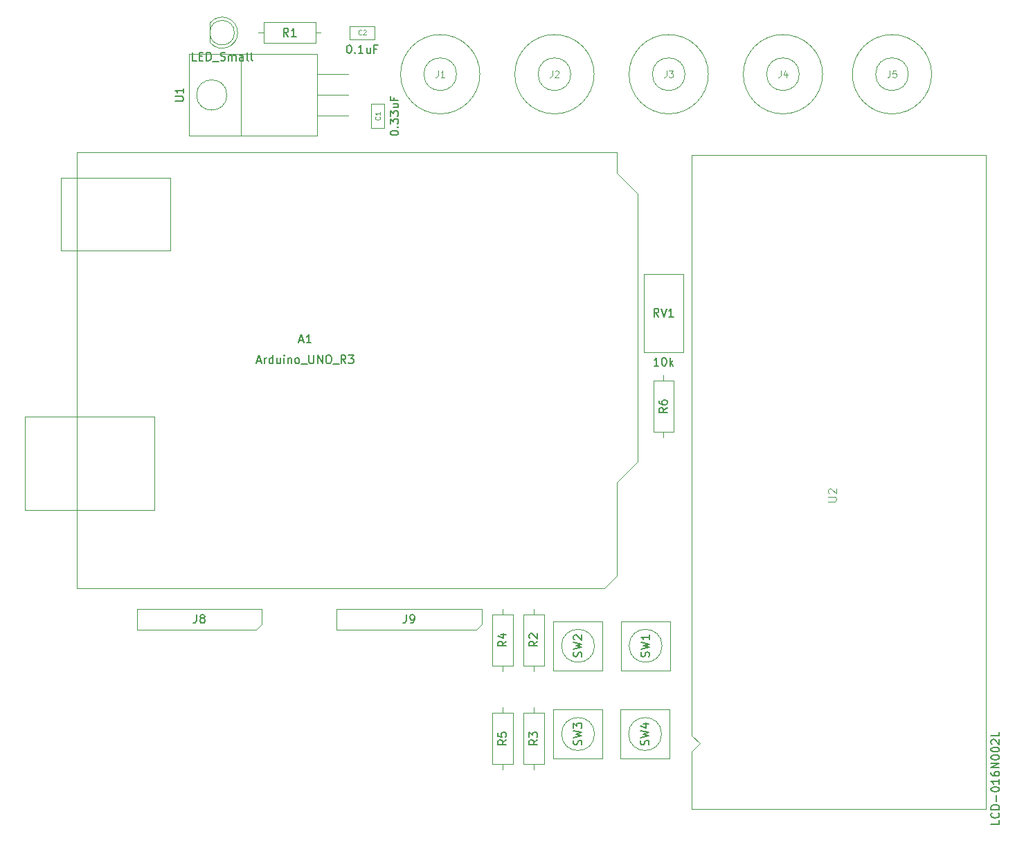
<source format=gbr>
%TF.GenerationSoftware,KiCad,Pcbnew,(5.1.9)-1*%
%TF.CreationDate,2021-06-23T17:41:11-03:00*%
%TF.ProjectId,assert,61737365-7274-42e6-9b69-6361645f7063,rev?*%
%TF.SameCoordinates,Original*%
%TF.FileFunction,Other,Fab,Top*%
%FSLAX46Y46*%
G04 Gerber Fmt 4.6, Leading zero omitted, Abs format (unit mm)*
G04 Created by KiCad (PCBNEW (5.1.9)-1) date 2021-06-23 17:41:11*
%MOMM*%
%LPD*%
G01*
G04 APERTURE LIST*
%ADD10C,0.100000*%
%ADD11C,0.150000*%
%ADD12C,0.120000*%
%ADD13C,0.090000*%
G04 APERTURE END LIST*
D10*
%TO.C,U2*%
X68977000Y-89770000D02*
X69977000Y-90770000D01*
X69977000Y-90770000D02*
X68977000Y-91770000D01*
X68977000Y-91770000D02*
X68977000Y-98770000D01*
X68977000Y-89770000D02*
X68977000Y-18770000D01*
X68977000Y-18770000D02*
X104977000Y-18770000D01*
X104977000Y-18770000D02*
X104977000Y-98770000D01*
X104977000Y-98770000D02*
X68977000Y-98770000D01*
%TO.C,A1*%
X-6223000Y-18415000D02*
X59817000Y-18415000D01*
X-6223000Y-71755000D02*
X-6223000Y-18415000D01*
X58297000Y-71755000D02*
X-6223000Y-71755000D01*
X59817000Y-70235000D02*
X58297000Y-71755000D01*
X59817000Y-20955000D02*
X62357000Y-23495000D01*
X59817000Y-18415000D02*
X59817000Y-20955000D01*
X62357000Y-56265000D02*
X59817000Y-58805000D01*
X62357000Y-23495000D02*
X62357000Y-56265000D01*
X59817000Y-58805000D02*
X59817000Y-70235000D01*
X-8123000Y-30485000D02*
X-8123000Y-21595000D01*
X5207000Y-30485000D02*
X-8123000Y-30485000D01*
X5207000Y-21595000D02*
X5207000Y-30485000D01*
X-8123000Y-21595000D02*
X5207000Y-21595000D01*
X-12573000Y-62225000D02*
X-12573000Y-50795000D01*
X3307000Y-62225000D02*
X-12573000Y-62225000D01*
X3307000Y-50795000D02*
X3307000Y-62225000D01*
X-12573000Y-50795000D02*
X3307000Y-50795000D01*
%TO.C,J5*%
X95472000Y-8890000D02*
G75*
G03*
X95472000Y-8890000I-2000000J0D01*
G01*
X98322258Y-8890000D02*
G75*
G03*
X98322258Y-8890000I-4850258J0D01*
G01*
%TO.C,J4*%
X84987258Y-8890000D02*
G75*
G03*
X84987258Y-8890000I-4850258J0D01*
G01*
X82137000Y-8890000D02*
G75*
G03*
X82137000Y-8890000I-2000000J0D01*
G01*
%TO.C,J9*%
X25527000Y-74295000D02*
X43307000Y-74295000D01*
X25527000Y-76835000D02*
X25527000Y-74295000D01*
X42672000Y-76835000D02*
X25527000Y-76835000D01*
X43307000Y-76200000D02*
X42672000Y-76835000D01*
X43307000Y-74295000D02*
X43307000Y-76200000D01*
%TO.C,U1*%
X12137000Y-11430000D02*
G75*
G03*
X12137000Y-11430000I-1850000J0D01*
G01*
X13887000Y-16430000D02*
X7487000Y-16430000D01*
X7487000Y-16430000D02*
X7487000Y-6430000D01*
X7487000Y-6430000D02*
X13887000Y-6430000D01*
X13887000Y-6430000D02*
X13887000Y-16430000D01*
X23137000Y-16430000D02*
X13887000Y-16430000D01*
X13887000Y-16430000D02*
X13887000Y-6430000D01*
X13887000Y-6430000D02*
X23137000Y-6430000D01*
X23137000Y-6430000D02*
X23137000Y-16430000D01*
X23137000Y-13970000D02*
X26947000Y-13970000D01*
X23137000Y-11430000D02*
X26947000Y-11430000D01*
X23137000Y-8890000D02*
X26947000Y-8890000D01*
%TO.C,SW4*%
X65297564Y-89610000D02*
G75*
G03*
X65297564Y-89610000I-2015564J0D01*
G01*
X60282000Y-92610000D02*
X60282000Y-89610000D01*
X66282000Y-92610000D02*
X60282000Y-92610000D01*
X66282000Y-86610000D02*
X66282000Y-92610000D01*
X60282000Y-86610000D02*
X66282000Y-86610000D01*
X60282000Y-89610000D02*
X60282000Y-86610000D01*
%TO.C,SW3*%
X57097564Y-89610000D02*
G75*
G03*
X57097564Y-89610000I-2015564J0D01*
G01*
X52082000Y-92610000D02*
X52082000Y-89610000D01*
X58082000Y-92610000D02*
X52082000Y-92610000D01*
X58082000Y-86610000D02*
X58082000Y-92610000D01*
X52082000Y-86610000D02*
X58082000Y-86610000D01*
X52082000Y-89610000D02*
X52082000Y-86610000D01*
%TO.C,SW2*%
X57097564Y-78815000D02*
G75*
G03*
X57097564Y-78815000I-2015564J0D01*
G01*
X52082000Y-81815000D02*
X52082000Y-78815000D01*
X58082000Y-81815000D02*
X52082000Y-81815000D01*
X58082000Y-75815000D02*
X58082000Y-81815000D01*
X52082000Y-75815000D02*
X58082000Y-75815000D01*
X52082000Y-78815000D02*
X52082000Y-75815000D01*
%TO.C,SW1*%
X65352564Y-78815000D02*
G75*
G03*
X65352564Y-78815000I-2015564J0D01*
G01*
X66337000Y-75815000D02*
X66337000Y-78815000D01*
X60337000Y-75815000D02*
X66337000Y-75815000D01*
X60337000Y-81815000D02*
X60337000Y-75815000D01*
X66337000Y-81815000D02*
X60337000Y-81815000D01*
X66337000Y-78815000D02*
X66337000Y-81815000D01*
%TO.C,RV1*%
X63117000Y-33335000D02*
X67947000Y-33335000D01*
X63117000Y-42865000D02*
X63117000Y-33335000D01*
X67947000Y-42865000D02*
X63117000Y-42865000D01*
X67947000Y-33335000D02*
X67947000Y-42865000D01*
%TO.C,R6*%
X65532000Y-53340000D02*
X65532000Y-52680000D01*
X65532000Y-45720000D02*
X65532000Y-46380000D01*
X66782000Y-52680000D02*
X66782000Y-46380000D01*
X64282000Y-52680000D02*
X66782000Y-52680000D01*
X64282000Y-46380000D02*
X64282000Y-52680000D01*
X66782000Y-46380000D02*
X64282000Y-46380000D01*
%TO.C,R5*%
X45847000Y-93980000D02*
X45847000Y-93320000D01*
X45847000Y-86360000D02*
X45847000Y-87020000D01*
X47097000Y-93320000D02*
X47097000Y-87020000D01*
X44597000Y-93320000D02*
X47097000Y-93320000D01*
X44597000Y-87020000D02*
X44597000Y-93320000D01*
X47097000Y-87020000D02*
X44597000Y-87020000D01*
%TO.C,R4*%
X45847000Y-74295000D02*
X45847000Y-74955000D01*
X45847000Y-81915000D02*
X45847000Y-81255000D01*
X44597000Y-74955000D02*
X44597000Y-81255000D01*
X47097000Y-74955000D02*
X44597000Y-74955000D01*
X47097000Y-81255000D02*
X47097000Y-74955000D01*
X44597000Y-81255000D02*
X47097000Y-81255000D01*
%TO.C,R3*%
X49657000Y-86360000D02*
X49657000Y-87020000D01*
X49657000Y-93980000D02*
X49657000Y-93320000D01*
X48407000Y-87020000D02*
X48407000Y-93320000D01*
X50907000Y-87020000D02*
X48407000Y-87020000D01*
X50907000Y-93320000D02*
X50907000Y-87020000D01*
X48407000Y-93320000D02*
X50907000Y-93320000D01*
%TO.C,R2*%
X49657000Y-74295000D02*
X49657000Y-74955000D01*
X49657000Y-81915000D02*
X49657000Y-81255000D01*
X48407000Y-74955000D02*
X48407000Y-81255000D01*
X50907000Y-74955000D02*
X48407000Y-74955000D01*
X50907000Y-81255000D02*
X50907000Y-74955000D01*
X48407000Y-81255000D02*
X50907000Y-81255000D01*
%TO.C,R1*%
X16002000Y-3810000D02*
X16662000Y-3810000D01*
X23622000Y-3810000D02*
X22962000Y-3810000D01*
X16662000Y-5060000D02*
X22962000Y-5060000D01*
X16662000Y-2560000D02*
X16662000Y-5060000D01*
X22962000Y-2560000D02*
X16662000Y-2560000D01*
X22962000Y-5060000D02*
X22962000Y-2560000D01*
%TO.C,J8*%
X1143000Y-74295000D02*
X16383000Y-74295000D01*
X1143000Y-76835000D02*
X1143000Y-74295000D01*
X15748000Y-76835000D02*
X1143000Y-76835000D01*
X16383000Y-76200000D02*
X15748000Y-76835000D01*
X16383000Y-74295000D02*
X16383000Y-76200000D01*
%TO.C,J3*%
X71017258Y-8890000D02*
G75*
G03*
X71017258Y-8890000I-4850258J0D01*
G01*
X68167000Y-8890000D02*
G75*
G03*
X68167000Y-8890000I-2000000J0D01*
G01*
%TO.C,J2*%
X57047258Y-8890000D02*
G75*
G03*
X57047258Y-8890000I-4850258J0D01*
G01*
X54197000Y-8890000D02*
G75*
G03*
X54197000Y-8890000I-2000000J0D01*
G01*
%TO.C,J1*%
X43077258Y-8890000D02*
G75*
G03*
X43077258Y-8890000I-4850258J0D01*
G01*
X40227000Y-8890000D02*
G75*
G03*
X40227000Y-8890000I-2000000J0D01*
G01*
%TO.C,D1*%
X10057000Y-2643810D02*
X10057000Y-4976190D01*
X13057000Y-3810000D02*
G75*
G03*
X13057000Y-3810000I-1500000J0D01*
G01*
X10056445Y-4975476D02*
G75*
G03*
X10057000Y-2643810I1500555J1165476D01*
G01*
%TO.C,C2*%
X30182000Y-3010000D02*
X27182000Y-3010000D01*
X30182000Y-4610000D02*
X30182000Y-3010000D01*
X27182000Y-4610000D02*
X30182000Y-4610000D01*
X27182000Y-3010000D02*
X27182000Y-4610000D01*
%TO.C,C1*%
X29807000Y-12490000D02*
X29807000Y-15490000D01*
X31407000Y-12490000D02*
X29807000Y-12490000D01*
X31407000Y-15490000D02*
X31407000Y-12490000D01*
X29807000Y-15490000D02*
X31407000Y-15490000D01*
%TD*%
%TO.C,U2*%
D11*
X106589380Y-100175238D02*
X106589380Y-100651428D01*
X105589380Y-100651428D01*
X106494142Y-99270476D02*
X106541761Y-99318095D01*
X106589380Y-99460952D01*
X106589380Y-99556190D01*
X106541761Y-99699047D01*
X106446523Y-99794285D01*
X106351285Y-99841904D01*
X106160809Y-99889523D01*
X106017952Y-99889523D01*
X105827476Y-99841904D01*
X105732238Y-99794285D01*
X105637000Y-99699047D01*
X105589380Y-99556190D01*
X105589380Y-99460952D01*
X105637000Y-99318095D01*
X105684619Y-99270476D01*
X106589380Y-98841904D02*
X105589380Y-98841904D01*
X105589380Y-98603809D01*
X105637000Y-98460952D01*
X105732238Y-98365714D01*
X105827476Y-98318095D01*
X106017952Y-98270476D01*
X106160809Y-98270476D01*
X106351285Y-98318095D01*
X106446523Y-98365714D01*
X106541761Y-98460952D01*
X106589380Y-98603809D01*
X106589380Y-98841904D01*
X106208428Y-97841904D02*
X106208428Y-97080000D01*
X105589380Y-96413333D02*
X105589380Y-96318095D01*
X105637000Y-96222857D01*
X105684619Y-96175238D01*
X105779857Y-96127619D01*
X105970333Y-96080000D01*
X106208428Y-96080000D01*
X106398904Y-96127619D01*
X106494142Y-96175238D01*
X106541761Y-96222857D01*
X106589380Y-96318095D01*
X106589380Y-96413333D01*
X106541761Y-96508571D01*
X106494142Y-96556190D01*
X106398904Y-96603809D01*
X106208428Y-96651428D01*
X105970333Y-96651428D01*
X105779857Y-96603809D01*
X105684619Y-96556190D01*
X105637000Y-96508571D01*
X105589380Y-96413333D01*
X106589380Y-95127619D02*
X106589380Y-95699047D01*
X106589380Y-95413333D02*
X105589380Y-95413333D01*
X105732238Y-95508571D01*
X105827476Y-95603809D01*
X105875095Y-95699047D01*
X105589380Y-94270476D02*
X105589380Y-94460952D01*
X105637000Y-94556190D01*
X105684619Y-94603809D01*
X105827476Y-94699047D01*
X106017952Y-94746666D01*
X106398904Y-94746666D01*
X106494142Y-94699047D01*
X106541761Y-94651428D01*
X106589380Y-94556190D01*
X106589380Y-94365714D01*
X106541761Y-94270476D01*
X106494142Y-94222857D01*
X106398904Y-94175238D01*
X106160809Y-94175238D01*
X106065571Y-94222857D01*
X106017952Y-94270476D01*
X105970333Y-94365714D01*
X105970333Y-94556190D01*
X106017952Y-94651428D01*
X106065571Y-94699047D01*
X106160809Y-94746666D01*
X106589380Y-93746666D02*
X105589380Y-93746666D01*
X106589380Y-93175238D01*
X105589380Y-93175238D01*
X105589380Y-92508571D02*
X105589380Y-92413333D01*
X105637000Y-92318095D01*
X105684619Y-92270476D01*
X105779857Y-92222857D01*
X105970333Y-92175238D01*
X106208428Y-92175238D01*
X106398904Y-92222857D01*
X106494142Y-92270476D01*
X106541761Y-92318095D01*
X106589380Y-92413333D01*
X106589380Y-92508571D01*
X106541761Y-92603809D01*
X106494142Y-92651428D01*
X106398904Y-92699047D01*
X106208428Y-92746666D01*
X105970333Y-92746666D01*
X105779857Y-92699047D01*
X105684619Y-92651428D01*
X105637000Y-92603809D01*
X105589380Y-92508571D01*
X105589380Y-91556190D02*
X105589380Y-91460952D01*
X105637000Y-91365714D01*
X105684619Y-91318095D01*
X105779857Y-91270476D01*
X105970333Y-91222857D01*
X106208428Y-91222857D01*
X106398904Y-91270476D01*
X106494142Y-91318095D01*
X106541761Y-91365714D01*
X106589380Y-91460952D01*
X106589380Y-91556190D01*
X106541761Y-91651428D01*
X106494142Y-91699047D01*
X106398904Y-91746666D01*
X106208428Y-91794285D01*
X105970333Y-91794285D01*
X105779857Y-91746666D01*
X105684619Y-91699047D01*
X105637000Y-91651428D01*
X105589380Y-91556190D01*
X105684619Y-90841904D02*
X105637000Y-90794285D01*
X105589380Y-90699047D01*
X105589380Y-90460952D01*
X105637000Y-90365714D01*
X105684619Y-90318095D01*
X105779857Y-90270476D01*
X105875095Y-90270476D01*
X106017952Y-90318095D01*
X106589380Y-90889523D01*
X106589380Y-90270476D01*
X106589380Y-89365714D02*
X106589380Y-89841904D01*
X105589380Y-89841904D01*
D10*
X85669380Y-61161904D02*
X86478904Y-61161904D01*
X86574142Y-61114285D01*
X86621761Y-61066666D01*
X86669380Y-60971428D01*
X86669380Y-60780952D01*
X86621761Y-60685714D01*
X86574142Y-60638095D01*
X86478904Y-60590476D01*
X85669380Y-60590476D01*
X85764619Y-60161904D02*
X85717000Y-60114285D01*
X85669380Y-60019047D01*
X85669380Y-59780952D01*
X85717000Y-59685714D01*
X85764619Y-59638095D01*
X85859857Y-59590476D01*
X85955095Y-59590476D01*
X86097952Y-59638095D01*
X86669380Y-60209523D01*
X86669380Y-59590476D01*
%TO.C,A1*%
D11*
X15812238Y-43981666D02*
X16288428Y-43981666D01*
X15717000Y-44267380D02*
X16050333Y-43267380D01*
X16383666Y-44267380D01*
X16717000Y-44267380D02*
X16717000Y-43600714D01*
X16717000Y-43791190D02*
X16764619Y-43695952D01*
X16812238Y-43648333D01*
X16907476Y-43600714D01*
X17002714Y-43600714D01*
X17764619Y-44267380D02*
X17764619Y-43267380D01*
X17764619Y-44219761D02*
X17669380Y-44267380D01*
X17478904Y-44267380D01*
X17383666Y-44219761D01*
X17336047Y-44172142D01*
X17288428Y-44076904D01*
X17288428Y-43791190D01*
X17336047Y-43695952D01*
X17383666Y-43648333D01*
X17478904Y-43600714D01*
X17669380Y-43600714D01*
X17764619Y-43648333D01*
X18669380Y-43600714D02*
X18669380Y-44267380D01*
X18240809Y-43600714D02*
X18240809Y-44124523D01*
X18288428Y-44219761D01*
X18383666Y-44267380D01*
X18526523Y-44267380D01*
X18621761Y-44219761D01*
X18669380Y-44172142D01*
X19145571Y-44267380D02*
X19145571Y-43600714D01*
X19145571Y-43267380D02*
X19097952Y-43315000D01*
X19145571Y-43362619D01*
X19193190Y-43315000D01*
X19145571Y-43267380D01*
X19145571Y-43362619D01*
X19621761Y-43600714D02*
X19621761Y-44267380D01*
X19621761Y-43695952D02*
X19669380Y-43648333D01*
X19764619Y-43600714D01*
X19907476Y-43600714D01*
X20002714Y-43648333D01*
X20050333Y-43743571D01*
X20050333Y-44267380D01*
X20669380Y-44267380D02*
X20574142Y-44219761D01*
X20526523Y-44172142D01*
X20478904Y-44076904D01*
X20478904Y-43791190D01*
X20526523Y-43695952D01*
X20574142Y-43648333D01*
X20669380Y-43600714D01*
X20812238Y-43600714D01*
X20907476Y-43648333D01*
X20955095Y-43695952D01*
X21002714Y-43791190D01*
X21002714Y-44076904D01*
X20955095Y-44172142D01*
X20907476Y-44219761D01*
X20812238Y-44267380D01*
X20669380Y-44267380D01*
X21193190Y-44362619D02*
X21955095Y-44362619D01*
X22193190Y-43267380D02*
X22193190Y-44076904D01*
X22240809Y-44172142D01*
X22288428Y-44219761D01*
X22383666Y-44267380D01*
X22574142Y-44267380D01*
X22669380Y-44219761D01*
X22717000Y-44172142D01*
X22764619Y-44076904D01*
X22764619Y-43267380D01*
X23240809Y-44267380D02*
X23240809Y-43267380D01*
X23812238Y-44267380D01*
X23812238Y-43267380D01*
X24478904Y-43267380D02*
X24669380Y-43267380D01*
X24764619Y-43315000D01*
X24859857Y-43410238D01*
X24907476Y-43600714D01*
X24907476Y-43934047D01*
X24859857Y-44124523D01*
X24764619Y-44219761D01*
X24669380Y-44267380D01*
X24478904Y-44267380D01*
X24383666Y-44219761D01*
X24288428Y-44124523D01*
X24240809Y-43934047D01*
X24240809Y-43600714D01*
X24288428Y-43410238D01*
X24383666Y-43315000D01*
X24478904Y-43267380D01*
X25097952Y-44362619D02*
X25859857Y-44362619D01*
X26669380Y-44267380D02*
X26336047Y-43791190D01*
X26097952Y-44267380D02*
X26097952Y-43267380D01*
X26478904Y-43267380D01*
X26574142Y-43315000D01*
X26621761Y-43362619D01*
X26669380Y-43457857D01*
X26669380Y-43600714D01*
X26621761Y-43695952D01*
X26574142Y-43743571D01*
X26478904Y-43791190D01*
X26097952Y-43791190D01*
X27002714Y-43267380D02*
X27621761Y-43267380D01*
X27288428Y-43648333D01*
X27431285Y-43648333D01*
X27526523Y-43695952D01*
X27574142Y-43743571D01*
X27621761Y-43838809D01*
X27621761Y-44076904D01*
X27574142Y-44172142D01*
X27526523Y-44219761D01*
X27431285Y-44267380D01*
X27145571Y-44267380D01*
X27050333Y-44219761D01*
X27002714Y-44172142D01*
X21002714Y-41441666D02*
X21478904Y-41441666D01*
X20907476Y-41727380D02*
X21240809Y-40727380D01*
X21574142Y-41727380D01*
X22431285Y-41727380D02*
X21859857Y-41727380D01*
X22145571Y-41727380D02*
X22145571Y-40727380D01*
X22050333Y-40870238D01*
X21955095Y-40965476D01*
X21859857Y-41013095D01*
%TO.C,J5*%
D12*
X93205333Y-8451904D02*
X93205333Y-9023333D01*
X93167238Y-9137619D01*
X93091047Y-9213809D01*
X92976761Y-9251904D01*
X92900571Y-9251904D01*
X93967238Y-8451904D02*
X93586285Y-8451904D01*
X93548190Y-8832857D01*
X93586285Y-8794761D01*
X93662476Y-8756666D01*
X93852952Y-8756666D01*
X93929142Y-8794761D01*
X93967238Y-8832857D01*
X94005333Y-8909047D01*
X94005333Y-9099523D01*
X93967238Y-9175714D01*
X93929142Y-9213809D01*
X93852952Y-9251904D01*
X93662476Y-9251904D01*
X93586285Y-9213809D01*
X93548190Y-9175714D01*
%TO.C,J4*%
X79870333Y-8451904D02*
X79870333Y-9023333D01*
X79832238Y-9137619D01*
X79756047Y-9213809D01*
X79641761Y-9251904D01*
X79565571Y-9251904D01*
X80594142Y-8718571D02*
X80594142Y-9251904D01*
X80403666Y-8413809D02*
X80213190Y-8985238D01*
X80708428Y-8985238D01*
%TO.C,J9*%
D11*
X34083666Y-75017380D02*
X34083666Y-75731666D01*
X34036047Y-75874523D01*
X33940809Y-75969761D01*
X33797952Y-76017380D01*
X33702714Y-76017380D01*
X34607476Y-76017380D02*
X34797952Y-76017380D01*
X34893190Y-75969761D01*
X34940809Y-75922142D01*
X35036047Y-75779285D01*
X35083666Y-75588809D01*
X35083666Y-75207857D01*
X35036047Y-75112619D01*
X34988428Y-75065000D01*
X34893190Y-75017380D01*
X34702714Y-75017380D01*
X34607476Y-75065000D01*
X34559857Y-75112619D01*
X34512238Y-75207857D01*
X34512238Y-75445952D01*
X34559857Y-75541190D01*
X34607476Y-75588809D01*
X34702714Y-75636428D01*
X34893190Y-75636428D01*
X34988428Y-75588809D01*
X35036047Y-75541190D01*
X35083666Y-75445952D01*
%TO.C,U1*%
X5819380Y-12191904D02*
X6628904Y-12191904D01*
X6724142Y-12144285D01*
X6771761Y-12096666D01*
X6819380Y-12001428D01*
X6819380Y-11810952D01*
X6771761Y-11715714D01*
X6724142Y-11668095D01*
X6628904Y-11620476D01*
X5819380Y-11620476D01*
X6819380Y-10620476D02*
X6819380Y-11191904D01*
X6819380Y-10906190D02*
X5819380Y-10906190D01*
X5962238Y-11001428D01*
X6057476Y-11096666D01*
X6105095Y-11191904D01*
%TO.C,SW4*%
X63686761Y-90943333D02*
X63734380Y-90800476D01*
X63734380Y-90562380D01*
X63686761Y-90467142D01*
X63639142Y-90419523D01*
X63543904Y-90371904D01*
X63448666Y-90371904D01*
X63353428Y-90419523D01*
X63305809Y-90467142D01*
X63258190Y-90562380D01*
X63210571Y-90752857D01*
X63162952Y-90848095D01*
X63115333Y-90895714D01*
X63020095Y-90943333D01*
X62924857Y-90943333D01*
X62829619Y-90895714D01*
X62782000Y-90848095D01*
X62734380Y-90752857D01*
X62734380Y-90514761D01*
X62782000Y-90371904D01*
X62734380Y-90038571D02*
X63734380Y-89800476D01*
X63020095Y-89610000D01*
X63734380Y-89419523D01*
X62734380Y-89181428D01*
X63067714Y-88371904D02*
X63734380Y-88371904D01*
X62686761Y-88610000D02*
X63401047Y-88848095D01*
X63401047Y-88229047D01*
%TO.C,SW3*%
X55486761Y-90943333D02*
X55534380Y-90800476D01*
X55534380Y-90562380D01*
X55486761Y-90467142D01*
X55439142Y-90419523D01*
X55343904Y-90371904D01*
X55248666Y-90371904D01*
X55153428Y-90419523D01*
X55105809Y-90467142D01*
X55058190Y-90562380D01*
X55010571Y-90752857D01*
X54962952Y-90848095D01*
X54915333Y-90895714D01*
X54820095Y-90943333D01*
X54724857Y-90943333D01*
X54629619Y-90895714D01*
X54582000Y-90848095D01*
X54534380Y-90752857D01*
X54534380Y-90514761D01*
X54582000Y-90371904D01*
X54534380Y-90038571D02*
X55534380Y-89800476D01*
X54820095Y-89610000D01*
X55534380Y-89419523D01*
X54534380Y-89181428D01*
X54534380Y-88895714D02*
X54534380Y-88276666D01*
X54915333Y-88610000D01*
X54915333Y-88467142D01*
X54962952Y-88371904D01*
X55010571Y-88324285D01*
X55105809Y-88276666D01*
X55343904Y-88276666D01*
X55439142Y-88324285D01*
X55486761Y-88371904D01*
X55534380Y-88467142D01*
X55534380Y-88752857D01*
X55486761Y-88848095D01*
X55439142Y-88895714D01*
%TO.C,SW2*%
X55486761Y-80148333D02*
X55534380Y-80005476D01*
X55534380Y-79767380D01*
X55486761Y-79672142D01*
X55439142Y-79624523D01*
X55343904Y-79576904D01*
X55248666Y-79576904D01*
X55153428Y-79624523D01*
X55105809Y-79672142D01*
X55058190Y-79767380D01*
X55010571Y-79957857D01*
X54962952Y-80053095D01*
X54915333Y-80100714D01*
X54820095Y-80148333D01*
X54724857Y-80148333D01*
X54629619Y-80100714D01*
X54582000Y-80053095D01*
X54534380Y-79957857D01*
X54534380Y-79719761D01*
X54582000Y-79576904D01*
X54534380Y-79243571D02*
X55534380Y-79005476D01*
X54820095Y-78815000D01*
X55534380Y-78624523D01*
X54534380Y-78386428D01*
X54629619Y-78053095D02*
X54582000Y-78005476D01*
X54534380Y-77910238D01*
X54534380Y-77672142D01*
X54582000Y-77576904D01*
X54629619Y-77529285D01*
X54724857Y-77481666D01*
X54820095Y-77481666D01*
X54962952Y-77529285D01*
X55534380Y-78100714D01*
X55534380Y-77481666D01*
%TO.C,SW1*%
X63741761Y-80148333D02*
X63789380Y-80005476D01*
X63789380Y-79767380D01*
X63741761Y-79672142D01*
X63694142Y-79624523D01*
X63598904Y-79576904D01*
X63503666Y-79576904D01*
X63408428Y-79624523D01*
X63360809Y-79672142D01*
X63313190Y-79767380D01*
X63265571Y-79957857D01*
X63217952Y-80053095D01*
X63170333Y-80100714D01*
X63075095Y-80148333D01*
X62979857Y-80148333D01*
X62884619Y-80100714D01*
X62837000Y-80053095D01*
X62789380Y-79957857D01*
X62789380Y-79719761D01*
X62837000Y-79576904D01*
X62789380Y-79243571D02*
X63789380Y-79005476D01*
X63075095Y-78815000D01*
X63789380Y-78624523D01*
X62789380Y-78386428D01*
X63789380Y-77481666D02*
X63789380Y-78053095D01*
X63789380Y-77767380D02*
X62789380Y-77767380D01*
X62932238Y-77862619D01*
X63027476Y-77957857D01*
X63075095Y-78053095D01*
%TO.C,RV1*%
X64936761Y-44567380D02*
X64365333Y-44567380D01*
X64651047Y-44567380D02*
X64651047Y-43567380D01*
X64555809Y-43710238D01*
X64460571Y-43805476D01*
X64365333Y-43853095D01*
X65555809Y-43567380D02*
X65651047Y-43567380D01*
X65746285Y-43615000D01*
X65793904Y-43662619D01*
X65841523Y-43757857D01*
X65889142Y-43948333D01*
X65889142Y-44186428D01*
X65841523Y-44376904D01*
X65793904Y-44472142D01*
X65746285Y-44519761D01*
X65651047Y-44567380D01*
X65555809Y-44567380D01*
X65460571Y-44519761D01*
X65412952Y-44472142D01*
X65365333Y-44376904D01*
X65317714Y-44186428D01*
X65317714Y-43948333D01*
X65365333Y-43757857D01*
X65412952Y-43662619D01*
X65460571Y-43615000D01*
X65555809Y-43567380D01*
X66317714Y-44567380D02*
X66317714Y-43567380D01*
X66412952Y-44186428D02*
X66698666Y-44567380D01*
X66698666Y-43900714D02*
X66317714Y-44281666D01*
X64936761Y-38552380D02*
X64603428Y-38076190D01*
X64365333Y-38552380D02*
X64365333Y-37552380D01*
X64746285Y-37552380D01*
X64841523Y-37600000D01*
X64889142Y-37647619D01*
X64936761Y-37742857D01*
X64936761Y-37885714D01*
X64889142Y-37980952D01*
X64841523Y-38028571D01*
X64746285Y-38076190D01*
X64365333Y-38076190D01*
X65222476Y-37552380D02*
X65555809Y-38552380D01*
X65889142Y-37552380D01*
X66746285Y-38552380D02*
X66174857Y-38552380D01*
X66460571Y-38552380D02*
X66460571Y-37552380D01*
X66365333Y-37695238D01*
X66270095Y-37790476D01*
X66174857Y-37838095D01*
%TO.C,R6*%
X65984380Y-49696666D02*
X65508190Y-50030000D01*
X65984380Y-50268095D02*
X64984380Y-50268095D01*
X64984380Y-49887142D01*
X65032000Y-49791904D01*
X65079619Y-49744285D01*
X65174857Y-49696666D01*
X65317714Y-49696666D01*
X65412952Y-49744285D01*
X65460571Y-49791904D01*
X65508190Y-49887142D01*
X65508190Y-50268095D01*
X64984380Y-48839523D02*
X64984380Y-49030000D01*
X65032000Y-49125238D01*
X65079619Y-49172857D01*
X65222476Y-49268095D01*
X65412952Y-49315714D01*
X65793904Y-49315714D01*
X65889142Y-49268095D01*
X65936761Y-49220476D01*
X65984380Y-49125238D01*
X65984380Y-48934761D01*
X65936761Y-48839523D01*
X65889142Y-48791904D01*
X65793904Y-48744285D01*
X65555809Y-48744285D01*
X65460571Y-48791904D01*
X65412952Y-48839523D01*
X65365333Y-48934761D01*
X65365333Y-49125238D01*
X65412952Y-49220476D01*
X65460571Y-49268095D01*
X65555809Y-49315714D01*
%TO.C,R5*%
X46299380Y-90336666D02*
X45823190Y-90670000D01*
X46299380Y-90908095D02*
X45299380Y-90908095D01*
X45299380Y-90527142D01*
X45347000Y-90431904D01*
X45394619Y-90384285D01*
X45489857Y-90336666D01*
X45632714Y-90336666D01*
X45727952Y-90384285D01*
X45775571Y-90431904D01*
X45823190Y-90527142D01*
X45823190Y-90908095D01*
X45299380Y-89431904D02*
X45299380Y-89908095D01*
X45775571Y-89955714D01*
X45727952Y-89908095D01*
X45680333Y-89812857D01*
X45680333Y-89574761D01*
X45727952Y-89479523D01*
X45775571Y-89431904D01*
X45870809Y-89384285D01*
X46108904Y-89384285D01*
X46204142Y-89431904D01*
X46251761Y-89479523D01*
X46299380Y-89574761D01*
X46299380Y-89812857D01*
X46251761Y-89908095D01*
X46204142Y-89955714D01*
%TO.C,R4*%
X46299380Y-78271666D02*
X45823190Y-78605000D01*
X46299380Y-78843095D02*
X45299380Y-78843095D01*
X45299380Y-78462142D01*
X45347000Y-78366904D01*
X45394619Y-78319285D01*
X45489857Y-78271666D01*
X45632714Y-78271666D01*
X45727952Y-78319285D01*
X45775571Y-78366904D01*
X45823190Y-78462142D01*
X45823190Y-78843095D01*
X45632714Y-77414523D02*
X46299380Y-77414523D01*
X45251761Y-77652619D02*
X45966047Y-77890714D01*
X45966047Y-77271666D01*
%TO.C,R3*%
X50109380Y-90336666D02*
X49633190Y-90670000D01*
X50109380Y-90908095D02*
X49109380Y-90908095D01*
X49109380Y-90527142D01*
X49157000Y-90431904D01*
X49204619Y-90384285D01*
X49299857Y-90336666D01*
X49442714Y-90336666D01*
X49537952Y-90384285D01*
X49585571Y-90431904D01*
X49633190Y-90527142D01*
X49633190Y-90908095D01*
X49109380Y-90003333D02*
X49109380Y-89384285D01*
X49490333Y-89717619D01*
X49490333Y-89574761D01*
X49537952Y-89479523D01*
X49585571Y-89431904D01*
X49680809Y-89384285D01*
X49918904Y-89384285D01*
X50014142Y-89431904D01*
X50061761Y-89479523D01*
X50109380Y-89574761D01*
X50109380Y-89860476D01*
X50061761Y-89955714D01*
X50014142Y-90003333D01*
%TO.C,R2*%
X50109380Y-78271666D02*
X49633190Y-78605000D01*
X50109380Y-78843095D02*
X49109380Y-78843095D01*
X49109380Y-78462142D01*
X49157000Y-78366904D01*
X49204619Y-78319285D01*
X49299857Y-78271666D01*
X49442714Y-78271666D01*
X49537952Y-78319285D01*
X49585571Y-78366904D01*
X49633190Y-78462142D01*
X49633190Y-78843095D01*
X49204619Y-77890714D02*
X49157000Y-77843095D01*
X49109380Y-77747857D01*
X49109380Y-77509761D01*
X49157000Y-77414523D01*
X49204619Y-77366904D01*
X49299857Y-77319285D01*
X49395095Y-77319285D01*
X49537952Y-77366904D01*
X50109380Y-77938333D01*
X50109380Y-77319285D01*
%TO.C,R1*%
X19645333Y-4262380D02*
X19312000Y-3786190D01*
X19073904Y-4262380D02*
X19073904Y-3262380D01*
X19454857Y-3262380D01*
X19550095Y-3310000D01*
X19597714Y-3357619D01*
X19645333Y-3452857D01*
X19645333Y-3595714D01*
X19597714Y-3690952D01*
X19550095Y-3738571D01*
X19454857Y-3786190D01*
X19073904Y-3786190D01*
X20597714Y-4262380D02*
X20026285Y-4262380D01*
X20312000Y-4262380D02*
X20312000Y-3262380D01*
X20216761Y-3405238D01*
X20121523Y-3500476D01*
X20026285Y-3548095D01*
%TO.C,J8*%
X8429666Y-75017380D02*
X8429666Y-75731666D01*
X8382047Y-75874523D01*
X8286809Y-75969761D01*
X8143952Y-76017380D01*
X8048714Y-76017380D01*
X9048714Y-75445952D02*
X8953476Y-75398333D01*
X8905857Y-75350714D01*
X8858238Y-75255476D01*
X8858238Y-75207857D01*
X8905857Y-75112619D01*
X8953476Y-75065000D01*
X9048714Y-75017380D01*
X9239190Y-75017380D01*
X9334428Y-75065000D01*
X9382047Y-75112619D01*
X9429666Y-75207857D01*
X9429666Y-75255476D01*
X9382047Y-75350714D01*
X9334428Y-75398333D01*
X9239190Y-75445952D01*
X9048714Y-75445952D01*
X8953476Y-75493571D01*
X8905857Y-75541190D01*
X8858238Y-75636428D01*
X8858238Y-75826904D01*
X8905857Y-75922142D01*
X8953476Y-75969761D01*
X9048714Y-76017380D01*
X9239190Y-76017380D01*
X9334428Y-75969761D01*
X9382047Y-75922142D01*
X9429666Y-75826904D01*
X9429666Y-75636428D01*
X9382047Y-75541190D01*
X9334428Y-75493571D01*
X9239190Y-75445952D01*
%TO.C,J3*%
D12*
X65900333Y-8451904D02*
X65900333Y-9023333D01*
X65862238Y-9137619D01*
X65786047Y-9213809D01*
X65671761Y-9251904D01*
X65595571Y-9251904D01*
X66205095Y-8451904D02*
X66700333Y-8451904D01*
X66433666Y-8756666D01*
X66547952Y-8756666D01*
X66624142Y-8794761D01*
X66662238Y-8832857D01*
X66700333Y-8909047D01*
X66700333Y-9099523D01*
X66662238Y-9175714D01*
X66624142Y-9213809D01*
X66547952Y-9251904D01*
X66319380Y-9251904D01*
X66243190Y-9213809D01*
X66205095Y-9175714D01*
%TO.C,J2*%
X51930333Y-8451904D02*
X51930333Y-9023333D01*
X51892238Y-9137619D01*
X51816047Y-9213809D01*
X51701761Y-9251904D01*
X51625571Y-9251904D01*
X52273190Y-8528095D02*
X52311285Y-8490000D01*
X52387476Y-8451904D01*
X52577952Y-8451904D01*
X52654142Y-8490000D01*
X52692238Y-8528095D01*
X52730333Y-8604285D01*
X52730333Y-8680476D01*
X52692238Y-8794761D01*
X52235095Y-9251904D01*
X52730333Y-9251904D01*
%TO.C,J1*%
X37960333Y-8451904D02*
X37960333Y-9023333D01*
X37922238Y-9137619D01*
X37846047Y-9213809D01*
X37731761Y-9251904D01*
X37655571Y-9251904D01*
X38760333Y-9251904D02*
X38303190Y-9251904D01*
X38531761Y-9251904D02*
X38531761Y-8451904D01*
X38455571Y-8566190D01*
X38379380Y-8642380D01*
X38303190Y-8680476D01*
%TO.C,D1*%
D11*
X8414142Y-7222380D02*
X7937952Y-7222380D01*
X7937952Y-6222380D01*
X8747476Y-6698571D02*
X9080809Y-6698571D01*
X9223666Y-7222380D02*
X8747476Y-7222380D01*
X8747476Y-6222380D01*
X9223666Y-6222380D01*
X9652238Y-7222380D02*
X9652238Y-6222380D01*
X9890333Y-6222380D01*
X10033190Y-6270000D01*
X10128428Y-6365238D01*
X10176047Y-6460476D01*
X10223666Y-6650952D01*
X10223666Y-6793809D01*
X10176047Y-6984285D01*
X10128428Y-7079523D01*
X10033190Y-7174761D01*
X9890333Y-7222380D01*
X9652238Y-7222380D01*
X10414142Y-7317619D02*
X11176047Y-7317619D01*
X11366523Y-7174761D02*
X11509380Y-7222380D01*
X11747476Y-7222380D01*
X11842714Y-7174761D01*
X11890333Y-7127142D01*
X11937952Y-7031904D01*
X11937952Y-6936666D01*
X11890333Y-6841428D01*
X11842714Y-6793809D01*
X11747476Y-6746190D01*
X11557000Y-6698571D01*
X11461761Y-6650952D01*
X11414142Y-6603333D01*
X11366523Y-6508095D01*
X11366523Y-6412857D01*
X11414142Y-6317619D01*
X11461761Y-6270000D01*
X11557000Y-6222380D01*
X11795095Y-6222380D01*
X11937952Y-6270000D01*
X12366523Y-7222380D02*
X12366523Y-6555714D01*
X12366523Y-6650952D02*
X12414142Y-6603333D01*
X12509380Y-6555714D01*
X12652238Y-6555714D01*
X12747476Y-6603333D01*
X12795095Y-6698571D01*
X12795095Y-7222380D01*
X12795095Y-6698571D02*
X12842714Y-6603333D01*
X12937952Y-6555714D01*
X13080809Y-6555714D01*
X13176047Y-6603333D01*
X13223666Y-6698571D01*
X13223666Y-7222380D01*
X14128428Y-7222380D02*
X14128428Y-6698571D01*
X14080809Y-6603333D01*
X13985571Y-6555714D01*
X13795095Y-6555714D01*
X13699857Y-6603333D01*
X14128428Y-7174761D02*
X14033190Y-7222380D01*
X13795095Y-7222380D01*
X13699857Y-7174761D01*
X13652238Y-7079523D01*
X13652238Y-6984285D01*
X13699857Y-6889047D01*
X13795095Y-6841428D01*
X14033190Y-6841428D01*
X14128428Y-6793809D01*
X14747476Y-7222380D02*
X14652238Y-7174761D01*
X14604619Y-7079523D01*
X14604619Y-6222380D01*
X15271285Y-7222380D02*
X15176047Y-7174761D01*
X15128428Y-7079523D01*
X15128428Y-6222380D01*
%TO.C,C2*%
X27039142Y-5312380D02*
X27134380Y-5312380D01*
X27229619Y-5360000D01*
X27277238Y-5407619D01*
X27324857Y-5502857D01*
X27372476Y-5693333D01*
X27372476Y-5931428D01*
X27324857Y-6121904D01*
X27277238Y-6217142D01*
X27229619Y-6264761D01*
X27134380Y-6312380D01*
X27039142Y-6312380D01*
X26943904Y-6264761D01*
X26896285Y-6217142D01*
X26848666Y-6121904D01*
X26801047Y-5931428D01*
X26801047Y-5693333D01*
X26848666Y-5502857D01*
X26896285Y-5407619D01*
X26943904Y-5360000D01*
X27039142Y-5312380D01*
X27801047Y-6217142D02*
X27848666Y-6264761D01*
X27801047Y-6312380D01*
X27753428Y-6264761D01*
X27801047Y-6217142D01*
X27801047Y-6312380D01*
X28801047Y-6312380D02*
X28229619Y-6312380D01*
X28515333Y-6312380D02*
X28515333Y-5312380D01*
X28420095Y-5455238D01*
X28324857Y-5550476D01*
X28229619Y-5598095D01*
X29658190Y-5645714D02*
X29658190Y-6312380D01*
X29229619Y-5645714D02*
X29229619Y-6169523D01*
X29277238Y-6264761D01*
X29372476Y-6312380D01*
X29515333Y-6312380D01*
X29610571Y-6264761D01*
X29658190Y-6217142D01*
X30467714Y-5788571D02*
X30134380Y-5788571D01*
X30134380Y-6312380D02*
X30134380Y-5312380D01*
X30610571Y-5312380D01*
D13*
X28582000Y-4024285D02*
X28553428Y-4052857D01*
X28467714Y-4081428D01*
X28410571Y-4081428D01*
X28324857Y-4052857D01*
X28267714Y-3995714D01*
X28239142Y-3938571D01*
X28210571Y-3824285D01*
X28210571Y-3738571D01*
X28239142Y-3624285D01*
X28267714Y-3567142D01*
X28324857Y-3510000D01*
X28410571Y-3481428D01*
X28467714Y-3481428D01*
X28553428Y-3510000D01*
X28582000Y-3538571D01*
X28810571Y-3538571D02*
X28839142Y-3510000D01*
X28896285Y-3481428D01*
X29039142Y-3481428D01*
X29096285Y-3510000D01*
X29124857Y-3538571D01*
X29153428Y-3595714D01*
X29153428Y-3652857D01*
X29124857Y-3738571D01*
X28782000Y-4081428D01*
X29153428Y-4081428D01*
%TO.C,C1*%
D11*
X32109380Y-16109047D02*
X32109380Y-16013809D01*
X32157000Y-15918571D01*
X32204619Y-15870952D01*
X32299857Y-15823333D01*
X32490333Y-15775714D01*
X32728428Y-15775714D01*
X32918904Y-15823333D01*
X33014142Y-15870952D01*
X33061761Y-15918571D01*
X33109380Y-16013809D01*
X33109380Y-16109047D01*
X33061761Y-16204285D01*
X33014142Y-16251904D01*
X32918904Y-16299523D01*
X32728428Y-16347142D01*
X32490333Y-16347142D01*
X32299857Y-16299523D01*
X32204619Y-16251904D01*
X32157000Y-16204285D01*
X32109380Y-16109047D01*
X33014142Y-15347142D02*
X33061761Y-15299523D01*
X33109380Y-15347142D01*
X33061761Y-15394761D01*
X33014142Y-15347142D01*
X33109380Y-15347142D01*
X32109380Y-14966190D02*
X32109380Y-14347142D01*
X32490333Y-14680476D01*
X32490333Y-14537619D01*
X32537952Y-14442380D01*
X32585571Y-14394761D01*
X32680809Y-14347142D01*
X32918904Y-14347142D01*
X33014142Y-14394761D01*
X33061761Y-14442380D01*
X33109380Y-14537619D01*
X33109380Y-14823333D01*
X33061761Y-14918571D01*
X33014142Y-14966190D01*
X32109380Y-14013809D02*
X32109380Y-13394761D01*
X32490333Y-13728095D01*
X32490333Y-13585238D01*
X32537952Y-13490000D01*
X32585571Y-13442380D01*
X32680809Y-13394761D01*
X32918904Y-13394761D01*
X33014142Y-13442380D01*
X33061761Y-13490000D01*
X33109380Y-13585238D01*
X33109380Y-13870952D01*
X33061761Y-13966190D01*
X33014142Y-14013809D01*
X32442714Y-12537619D02*
X33109380Y-12537619D01*
X32442714Y-12966190D02*
X32966523Y-12966190D01*
X33061761Y-12918571D01*
X33109380Y-12823333D01*
X33109380Y-12680476D01*
X33061761Y-12585238D01*
X33014142Y-12537619D01*
X32585571Y-11728095D02*
X32585571Y-12061428D01*
X33109380Y-12061428D02*
X32109380Y-12061428D01*
X32109380Y-11585238D01*
D13*
X30821285Y-14090000D02*
X30849857Y-14118571D01*
X30878428Y-14204285D01*
X30878428Y-14261428D01*
X30849857Y-14347142D01*
X30792714Y-14404285D01*
X30735571Y-14432857D01*
X30621285Y-14461428D01*
X30535571Y-14461428D01*
X30421285Y-14432857D01*
X30364142Y-14404285D01*
X30307000Y-14347142D01*
X30278428Y-14261428D01*
X30278428Y-14204285D01*
X30307000Y-14118571D01*
X30335571Y-14090000D01*
X30878428Y-13518571D02*
X30878428Y-13861428D01*
X30878428Y-13690000D02*
X30278428Y-13690000D01*
X30364142Y-13747142D01*
X30421285Y-13804285D01*
X30449857Y-13861428D01*
%TD*%
M02*

</source>
